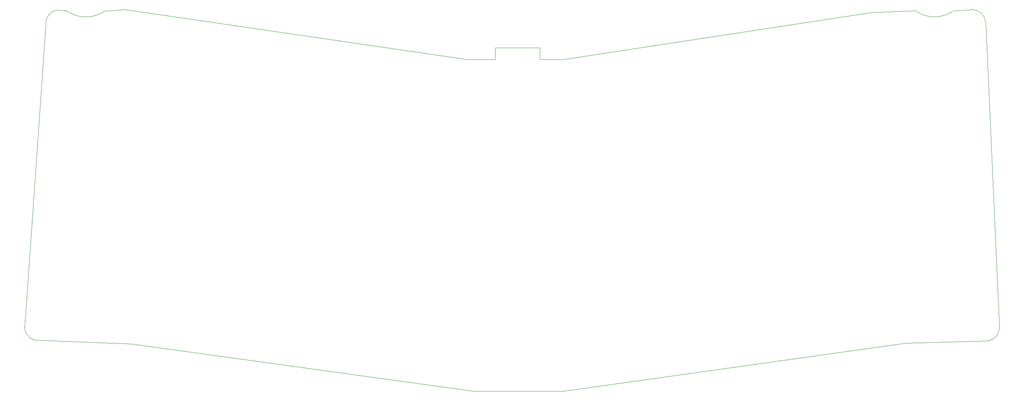
<source format=gbr>
%TF.GenerationSoftware,KiCad,Pcbnew,(6.99.0-222-g367431f825)*%
%TF.CreationDate,2022-01-18T12:28:30+01:00*%
%TF.ProjectId,Adalyn,4164616c-796e-42e6-9b69-6361645f7063,rev?*%
%TF.SameCoordinates,Original*%
%TF.FileFunction,Profile,NP*%
%FSLAX46Y46*%
G04 Gerber Fmt 4.6, Leading zero omitted, Abs format (unit mm)*
G04 Created by KiCad (PCBNEW (6.99.0-222-g367431f825)) date 2022-01-18 12:28:30*
%MOMM*%
%LPD*%
G01*
G04 APERTURE LIST*
%TA.AperFunction,Profile*%
%ADD10C,0.050000*%
%TD*%
G04 APERTURE END LIST*
D10*
X150514099Y-55095797D02*
X155655491Y-55106663D01*
X140514099Y-55095797D02*
X134319491Y-55106664D01*
X234852961Y-44491777D02*
G75*
G03*
X234118032Y-44147888I-754926J-656104D01*
G01*
X224362491Y-44565663D02*
X234118032Y-44147888D01*
X243181645Y-44140154D02*
X247095489Y-43930665D01*
X53581817Y-44219985D02*
G75*
G03*
X52899578Y-44507762I20000J-1000001D01*
G01*
X45155690Y-44429417D02*
G75*
G03*
X52899578Y-44507762I3935554J6248243D01*
G01*
X45155690Y-44429417D02*
G75*
G03*
X44454412Y-44122352I-721276J-692933D01*
G01*
X57738491Y-43930664D02*
X53581817Y-44219985D01*
X44454412Y-44122352D02*
X42849578Y-44017762D01*
X59194099Y-118665796D02*
X135716491Y-129274664D01*
X232164099Y-118455796D02*
X155655490Y-129274663D01*
X155655491Y-55106663D02*
X224362491Y-44565663D01*
X250016491Y-46851663D02*
G75*
G03*
X247095490Y-43930664I-2921000J-1D01*
G01*
X135716491Y-129274664D02*
X155655490Y-129274663D01*
X134319491Y-55106664D02*
X57738491Y-43930664D01*
X234852961Y-44491777D02*
G75*
G03*
X242499578Y-44427762I3771536J6216245D01*
G01*
X243181645Y-44140154D02*
G75*
G03*
X242499578Y-44427762I20003J-1000008D01*
G01*
X40168249Y-46851663D02*
X35386492Y-114923664D01*
X35386492Y-114923664D02*
G75*
G03*
X37660138Y-117772026I2921001J2D01*
G01*
X250651491Y-117971664D02*
G75*
G03*
X253108337Y-115050663I-508000J2921001D01*
G01*
X42849578Y-44017762D02*
G75*
G03*
X40168249Y-46851663I156913J-2833901D01*
G01*
X140514099Y-55095797D02*
X140514099Y-52455796D01*
X140514099Y-52455796D02*
X150514099Y-52455796D01*
X37660138Y-117772026D02*
X59194099Y-118665796D01*
X250651491Y-117971664D02*
X232164099Y-118455796D01*
X150514099Y-52455796D02*
X150514099Y-55095797D01*
X253108336Y-115050664D02*
X250016491Y-46851663D01*
M02*

</source>
